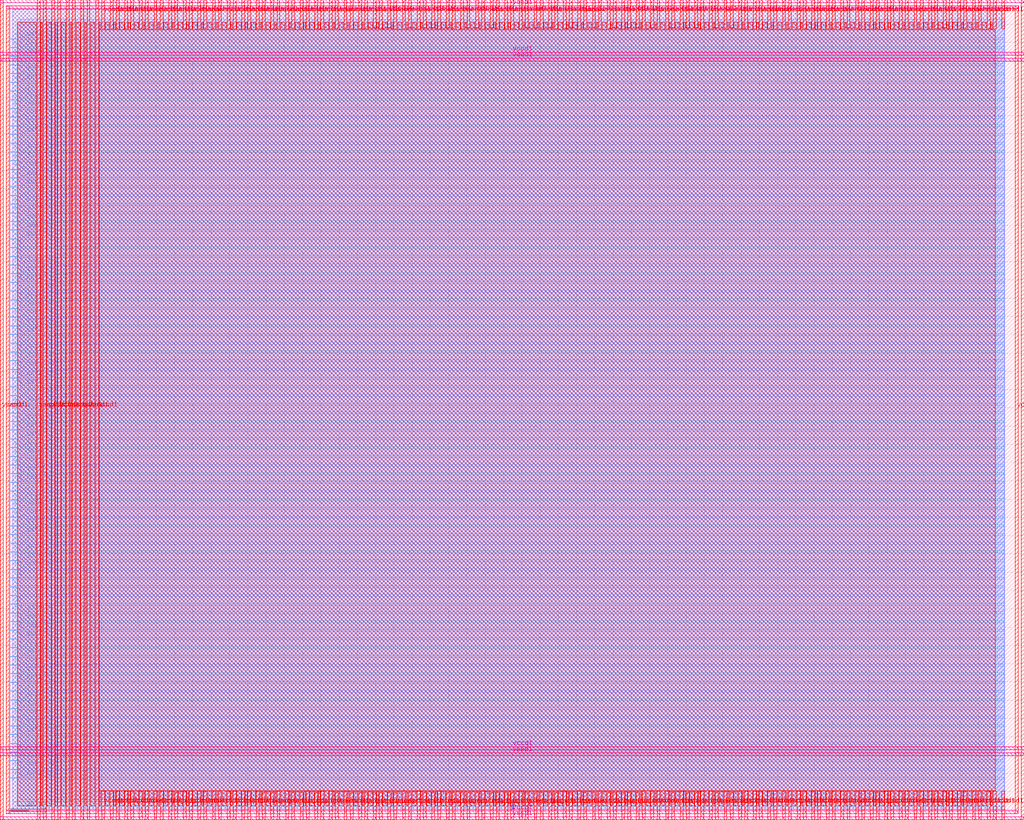
<source format=lef>
VERSION 5.7 ;
  NOWIREEXTENSIONATPIN ON ;
  DIVIDERCHAR "/" ;
  BUSBITCHARS "[]" ;
MACRO BlockRAM_1KB
  CLASS BLOCK ;
  FOREIGN BlockRAM_1KB ;
  ORIGIN 0.000 0.000 ;
  SIZE 550.000 BY 440.000 ;
  PIN C0
    DIRECTION INPUT ;
    USE SIGNAL ;
    ANTENNAGATEAREA 0.213000 ;
    PORT
      LAYER met3 ;
        RECT 0.000 112.390 4.000 112.690 ;
    END
  END C0
  PIN C1
    DIRECTION INPUT ;
    USE SIGNAL ;
    ANTENNAGATEAREA 0.196500 ;
    PORT
      LAYER met3 ;
        RECT 0.000 117.150 4.000 117.450 ;
    END
  END C1
  PIN C2
    DIRECTION INPUT ;
    USE SIGNAL ;
    ANTENNAGATEAREA 0.159000 ;
    PORT
      LAYER met3 ;
        RECT 0.000 121.910 4.000 122.210 ;
    END
  END C2
  PIN C3
    DIRECTION INPUT ;
    USE SIGNAL ;
    ANTENNAGATEAREA 0.213000 ;
    PORT
      LAYER met3 ;
        RECT 0.000 126.670 4.000 126.970 ;
    END
  END C3
  PIN C4
    DIRECTION INPUT ;
    USE SIGNAL ;
    ANTENNAGATEAREA 0.196500 ;
    PORT
      LAYER met3 ;
        RECT 0.000 302.790 4.000 303.090 ;
    END
  END C4
  PIN C5
    DIRECTION INPUT ;
    USE SIGNAL ;
    ANTENNAGATEAREA 0.213000 ;
    PORT
      LAYER met3 ;
        RECT 0.000 307.550 4.000 307.850 ;
    END
  END C5
  PIN clk
    DIRECTION INPUT ;
    USE SIGNAL ;
    ANTENNAGATEAREA 0.852000 ;
    ANTENNADIFFAREA 0.434700 ;
    PORT
      LAYER met2 ;
        RECT 274.780 0.000 274.920 4.000 ;
    END
  END clk
  PIN rd_addr[0]
    DIRECTION INPUT ;
    USE SIGNAL ;
    ANTENNAGATEAREA 0.426000 ;
    PORT
      LAYER met3 ;
        RECT 0.000 93.350 4.000 93.650 ;
    END
  END rd_addr[0]
  PIN rd_addr[1]
    DIRECTION INPUT ;
    USE SIGNAL ;
    ANTENNAGATEAREA 0.247500 ;
    PORT
      LAYER met3 ;
        RECT 0.000 98.110 4.000 98.410 ;
    END
  END rd_addr[1]
  PIN rd_addr[2]
    DIRECTION INPUT ;
    USE SIGNAL ;
    ANTENNAGATEAREA 0.247500 ;
    PORT
      LAYER met3 ;
        RECT 0.000 102.870 4.000 103.170 ;
    END
  END rd_addr[2]
  PIN rd_addr[3]
    DIRECTION INPUT ;
    USE SIGNAL ;
    ANTENNAGATEAREA 0.247500 ;
    PORT
      LAYER met3 ;
        RECT 0.000 107.630 4.000 107.930 ;
    END
  END rd_addr[3]
  PIN rd_addr[4]
    DIRECTION INPUT ;
    USE SIGNAL ;
    ANTENNAGATEAREA 0.247500 ;
    PORT
      LAYER met3 ;
        RECT 0.000 131.430 4.000 131.730 ;
    END
  END rd_addr[4]
  PIN rd_addr[5]
    DIRECTION INPUT ;
    USE SIGNAL ;
    ANTENNAGATEAREA 0.247500 ;
    PORT
      LAYER met3 ;
        RECT 0.000 136.190 4.000 136.490 ;
    END
  END rd_addr[5]
  PIN rd_addr[6]
    DIRECTION INPUT ;
    USE SIGNAL ;
    ANTENNAGATEAREA 0.247500 ;
    PORT
      LAYER met3 ;
        RECT 0.000 179.030 4.000 179.330 ;
    END
  END rd_addr[6]
  PIN rd_addr[7]
    DIRECTION INPUT ;
    USE SIGNAL ;
    ANTENNAGATEAREA 0.247500 ;
    PORT
      LAYER met3 ;
        RECT 0.000 183.790 4.000 184.090 ;
    END
  END rd_addr[7]
  PIN rd_data[0]
    DIRECTION OUTPUT TRISTATE ;
    USE SIGNAL ;
    ANTENNADIFFAREA 0.795200 ;
    PORT
      LAYER met3 ;
        RECT 0.000 88.590 4.000 88.890 ;
    END
  END rd_data[0]
  PIN rd_data[10]
    DIRECTION OUTPUT TRISTATE ;
    USE SIGNAL ;
    ANTENNADIFFAREA 0.795200 ;
    PORT
      LAYER met3 ;
        RECT 0.000 40.990 4.000 41.290 ;
    END
  END rd_data[10]
  PIN rd_data[11]
    DIRECTION OUTPUT TRISTATE ;
    USE SIGNAL ;
    ANTENNADIFFAREA 0.795200 ;
    PORT
      LAYER met3 ;
        RECT 0.000 36.230 4.000 36.530 ;
    END
  END rd_data[11]
  PIN rd_data[12]
    DIRECTION OUTPUT TRISTATE ;
    USE SIGNAL ;
    ANTENNADIFFAREA 0.795200 ;
    PORT
      LAYER met3 ;
        RECT 0.000 17.190 4.000 17.490 ;
    END
  END rd_data[12]
  PIN rd_data[13]
    DIRECTION OUTPUT TRISTATE ;
    USE SIGNAL ;
    ANTENNADIFFAREA 0.795200 ;
    PORT
      LAYER met3 ;
        RECT 0.000 21.950 4.000 22.250 ;
    END
  END rd_data[13]
  PIN rd_data[14]
    DIRECTION OUTPUT TRISTATE ;
    USE SIGNAL ;
    ANTENNADIFFAREA 0.795200 ;
    PORT
      LAYER met3 ;
        RECT 0.000 26.710 4.000 27.010 ;
    END
  END rd_data[14]
  PIN rd_data[15]
    DIRECTION OUTPUT TRISTATE ;
    USE SIGNAL ;
    ANTENNADIFFAREA 0.795200 ;
    PORT
      LAYER met3 ;
        RECT 0.000 31.470 4.000 31.770 ;
    END
  END rd_data[15]
  PIN rd_data[16]
    DIRECTION OUTPUT TRISTATE ;
    USE SIGNAL ;
    ANTENNADIFFAREA 0.795200 ;
    PORT
      LAYER met3 ;
        RECT 0.000 226.630 4.000 226.930 ;
    END
  END rd_data[16]
  PIN rd_data[17]
    DIRECTION OUTPUT TRISTATE ;
    USE SIGNAL ;
    ANTENNADIFFAREA 0.795200 ;
    PORT
      LAYER met3 ;
        RECT 0.000 231.390 4.000 231.690 ;
    END
  END rd_data[17]
  PIN rd_data[18]
    DIRECTION OUTPUT TRISTATE ;
    USE SIGNAL ;
    ANTENNADIFFAREA 0.795200 ;
    PORT
      LAYER met3 ;
        RECT 0.000 236.150 4.000 236.450 ;
    END
  END rd_data[18]
  PIN rd_data[19]
    DIRECTION OUTPUT TRISTATE ;
    USE SIGNAL ;
    ANTENNADIFFAREA 0.795200 ;
    PORT
      LAYER met3 ;
        RECT 0.000 240.910 4.000 241.210 ;
    END
  END rd_data[19]
  PIN rd_data[1]
    DIRECTION OUTPUT TRISTATE ;
    USE SIGNAL ;
    ANTENNADIFFAREA 0.795200 ;
    PORT
      LAYER met3 ;
        RECT 0.000 83.830 4.000 84.130 ;
    END
  END rd_data[1]
  PIN rd_data[20]
    DIRECTION OUTPUT TRISTATE ;
    USE SIGNAL ;
    ANTENNADIFFAREA 0.795200 ;
    PORT
      LAYER met3 ;
        RECT 0.000 245.670 4.000 245.970 ;
    END
  END rd_data[20]
  PIN rd_data[21]
    DIRECTION OUTPUT TRISTATE ;
    USE SIGNAL ;
    ANTENNADIFFAREA 0.795200 ;
    PORT
      LAYER met3 ;
        RECT 0.000 250.430 4.000 250.730 ;
    END
  END rd_data[21]
  PIN rd_data[22]
    DIRECTION OUTPUT TRISTATE ;
    USE SIGNAL ;
    ANTENNADIFFAREA 0.795200 ;
    PORT
      LAYER met3 ;
        RECT 0.000 255.190 4.000 255.490 ;
    END
  END rd_data[22]
  PIN rd_data[23]
    DIRECTION OUTPUT TRISTATE ;
    USE SIGNAL ;
    ANTENNADIFFAREA 0.795200 ;
    PORT
      LAYER met3 ;
        RECT 0.000 259.950 4.000 260.250 ;
    END
  END rd_data[23]
  PIN rd_data[24]
    DIRECTION OUTPUT TRISTATE ;
    USE SIGNAL ;
    ANTENNADIFFAREA 0.795200 ;
    PORT
      LAYER met3 ;
        RECT 0.000 264.710 4.000 265.010 ;
    END
  END rd_data[24]
  PIN rd_data[25]
    DIRECTION OUTPUT TRISTATE ;
    USE SIGNAL ;
    ANTENNADIFFAREA 0.795200 ;
    PORT
      LAYER met3 ;
        RECT 0.000 269.470 4.000 269.770 ;
    END
  END rd_data[25]
  PIN rd_data[26]
    DIRECTION OUTPUT TRISTATE ;
    USE SIGNAL ;
    ANTENNADIFFAREA 0.795200 ;
    PORT
      LAYER met3 ;
        RECT 0.000 274.230 4.000 274.530 ;
    END
  END rd_data[26]
  PIN rd_data[27]
    DIRECTION OUTPUT TRISTATE ;
    USE SIGNAL ;
    ANTENNADIFFAREA 0.795200 ;
    PORT
      LAYER met3 ;
        RECT 0.000 278.990 4.000 279.290 ;
    END
  END rd_data[27]
  PIN rd_data[28]
    DIRECTION OUTPUT TRISTATE ;
    USE SIGNAL ;
    ANTENNADIFFAREA 0.795200 ;
    PORT
      LAYER met3 ;
        RECT 0.000 283.750 4.000 284.050 ;
    END
  END rd_data[28]
  PIN rd_data[29]
    DIRECTION OUTPUT TRISTATE ;
    USE SIGNAL ;
    ANTENNADIFFAREA 0.795200 ;
    PORT
      LAYER met3 ;
        RECT 0.000 288.510 4.000 288.810 ;
    END
  END rd_data[29]
  PIN rd_data[2]
    DIRECTION OUTPUT TRISTATE ;
    USE SIGNAL ;
    ANTENNADIFFAREA 0.795200 ;
    PORT
      LAYER met3 ;
        RECT 0.000 79.070 4.000 79.370 ;
    END
  END rd_data[2]
  PIN rd_data[30]
    DIRECTION OUTPUT TRISTATE ;
    USE SIGNAL ;
    ANTENNADIFFAREA 0.795200 ;
    PORT
      LAYER met3 ;
        RECT 0.000 293.270 4.000 293.570 ;
    END
  END rd_data[30]
  PIN rd_data[31]
    DIRECTION OUTPUT TRISTATE ;
    USE SIGNAL ;
    ANTENNADIFFAREA 0.795200 ;
    PORT
      LAYER met3 ;
        RECT 0.000 298.030 4.000 298.330 ;
    END
  END rd_data[31]
  PIN rd_data[3]
    DIRECTION OUTPUT TRISTATE ;
    USE SIGNAL ;
    ANTENNADIFFAREA 0.795200 ;
    PORT
      LAYER met3 ;
        RECT 0.000 74.310 4.000 74.610 ;
    END
  END rd_data[3]
  PIN rd_data[4]
    DIRECTION OUTPUT TRISTATE ;
    USE SIGNAL ;
    ANTENNADIFFAREA 0.795200 ;
    PORT
      LAYER met3 ;
        RECT 0.000 69.550 4.000 69.850 ;
    END
  END rd_data[4]
  PIN rd_data[5]
    DIRECTION OUTPUT TRISTATE ;
    USE SIGNAL ;
    ANTENNADIFFAREA 0.795200 ;
    PORT
      LAYER met3 ;
        RECT 0.000 64.790 4.000 65.090 ;
    END
  END rd_data[5]
  PIN rd_data[6]
    DIRECTION OUTPUT TRISTATE ;
    USE SIGNAL ;
    ANTENNADIFFAREA 0.795200 ;
    PORT
      LAYER met3 ;
        RECT 0.000 60.030 4.000 60.330 ;
    END
  END rd_data[6]
  PIN rd_data[7]
    DIRECTION OUTPUT TRISTATE ;
    USE SIGNAL ;
    ANTENNADIFFAREA 0.795200 ;
    PORT
      LAYER met3 ;
        RECT 0.000 55.270 4.000 55.570 ;
    END
  END rd_data[7]
  PIN rd_data[8]
    DIRECTION OUTPUT TRISTATE ;
    USE SIGNAL ;
    ANTENNADIFFAREA 0.795200 ;
    PORT
      LAYER met3 ;
        RECT 0.000 50.510 4.000 50.810 ;
    END
  END rd_data[8]
  PIN rd_data[9]
    DIRECTION OUTPUT TRISTATE ;
    USE SIGNAL ;
    ANTENNADIFFAREA 0.795200 ;
    PORT
      LAYER met3 ;
        RECT 0.000 45.750 4.000 46.050 ;
    END
  END rd_data[9]
  PIN vccd1
    DIRECTION INOUT ;
    USE POWER ;
    PORT
      LAYER met4 ;
        RECT -2.080 -2.160 -0.480 440.080 ;
    END
    PORT
      LAYER met5 ;
        RECT -2.080 -2.160 551.780 -0.560 ;
    END
    PORT
      LAYER met5 ;
        RECT -2.080 438.480 551.780 440.080 ;
    END
    PORT
      LAYER met4 ;
        RECT 550.180 -2.160 551.780 440.080 ;
    END
    PORT
      LAYER met4 ;
        RECT 18.020 -5.460 19.620 443.380 ;
    END
    PORT
      LAYER met4 ;
        RECT 26.020 -5.460 27.620 443.380 ;
    END
    PORT
      LAYER met4 ;
        RECT 34.020 -5.460 35.620 443.380 ;
    END
    PORT
      LAYER met4 ;
        RECT 42.020 -5.460 43.620 443.380 ;
    END
    PORT
      LAYER met4 ;
        RECT 50.020 -5.460 51.620 10.020 ;
    END
    PORT
      LAYER met4 ;
        RECT 50.020 427.480 51.620 443.380 ;
    END
    PORT
      LAYER met4 ;
        RECT 58.020 -5.460 59.620 10.020 ;
    END
    PORT
      LAYER met4 ;
        RECT 58.020 427.480 59.620 443.380 ;
    END
    PORT
      LAYER met4 ;
        RECT 66.020 -5.460 67.620 10.020 ;
    END
    PORT
      LAYER met4 ;
        RECT 66.020 427.480 67.620 443.380 ;
    END
    PORT
      LAYER met4 ;
        RECT 74.020 -5.460 75.620 10.020 ;
    END
    PORT
      LAYER met4 ;
        RECT 74.020 427.480 75.620 443.380 ;
    END
    PORT
      LAYER met4 ;
        RECT 82.020 -5.460 83.620 10.020 ;
    END
    PORT
      LAYER met4 ;
        RECT 82.020 427.480 83.620 443.380 ;
    END
    PORT
      LAYER met4 ;
        RECT 90.020 -5.460 91.620 9.400 ;
    END
    PORT
      LAYER met4 ;
        RECT 90.020 427.480 91.620 443.380 ;
    END
    PORT
      LAYER met4 ;
        RECT 98.020 -5.460 99.620 10.020 ;
    END
    PORT
      LAYER met4 ;
        RECT 98.020 427.480 99.620 443.380 ;
    END
    PORT
      LAYER met4 ;
        RECT 106.020 -5.460 107.620 10.020 ;
    END
    PORT
      LAYER met4 ;
        RECT 106.020 427.480 107.620 443.380 ;
    END
    PORT
      LAYER met4 ;
        RECT 114.020 -5.460 115.620 10.020 ;
    END
    PORT
      LAYER met4 ;
        RECT 114.020 427.480 115.620 443.380 ;
    END
    PORT
      LAYER met4 ;
        RECT 122.020 -5.460 123.620 10.020 ;
    END
    PORT
      LAYER met4 ;
        RECT 122.020 427.480 123.620 443.380 ;
    END
    PORT
      LAYER met4 ;
        RECT 130.020 -5.460 131.620 10.020 ;
    END
    PORT
      LAYER met4 ;
        RECT 130.020 427.480 131.620 443.380 ;
    END
    PORT
      LAYER met4 ;
        RECT 138.020 -5.460 139.620 9.400 ;
    END
    PORT
      LAYER met4 ;
        RECT 138.020 427.480 139.620 443.380 ;
    END
    PORT
      LAYER met4 ;
        RECT 146.020 -5.460 147.620 10.020 ;
    END
    PORT
      LAYER met4 ;
        RECT 146.020 427.480 147.620 443.380 ;
    END
    PORT
      LAYER met4 ;
        RECT 154.020 -5.460 155.620 9.400 ;
    END
    PORT
      LAYER met4 ;
        RECT 154.020 427.480 155.620 443.380 ;
    END
    PORT
      LAYER met4 ;
        RECT 162.020 -5.460 163.620 10.020 ;
    END
    PORT
      LAYER met4 ;
        RECT 162.020 427.480 163.620 443.380 ;
    END
    PORT
      LAYER met4 ;
        RECT 170.020 -5.460 171.620 10.020 ;
    END
    PORT
      LAYER met4 ;
        RECT 170.020 427.480 171.620 443.380 ;
    END
    PORT
      LAYER met4 ;
        RECT 178.020 -5.460 179.620 9.400 ;
    END
    PORT
      LAYER met4 ;
        RECT 178.020 427.480 179.620 443.380 ;
    END
    PORT
      LAYER met4 ;
        RECT 186.020 -5.460 187.620 9.400 ;
    END
    PORT
      LAYER met4 ;
        RECT 186.020 427.480 187.620 443.380 ;
    END
    PORT
      LAYER met4 ;
        RECT 194.020 -5.460 195.620 9.400 ;
    END
    PORT
      LAYER met4 ;
        RECT 194.020 427.480 195.620 443.380 ;
    END
    PORT
      LAYER met4 ;
        RECT 202.020 -5.460 203.620 9.400 ;
    END
    PORT
      LAYER met4 ;
        RECT 202.020 427.480 203.620 443.380 ;
    END
    PORT
      LAYER met4 ;
        RECT 210.020 -5.460 211.620 9.400 ;
    END
    PORT
      LAYER met4 ;
        RECT 210.020 427.480 211.620 443.380 ;
    END
    PORT
      LAYER met4 ;
        RECT 218.020 -5.460 219.620 9.400 ;
    END
    PORT
      LAYER met4 ;
        RECT 218.020 428.100 219.620 443.380 ;
    END
    PORT
      LAYER met4 ;
        RECT 226.020 -5.460 227.620 9.400 ;
    END
    PORT
      LAYER met4 ;
        RECT 226.020 428.100 227.620 443.380 ;
    END
    PORT
      LAYER met4 ;
        RECT 234.020 -5.460 235.620 10.020 ;
    END
    PORT
      LAYER met4 ;
        RECT 234.020 427.480 235.620 443.380 ;
    END
    PORT
      LAYER met4 ;
        RECT 242.020 -5.460 243.620 9.400 ;
    END
    PORT
      LAYER met4 ;
        RECT 242.020 427.480 243.620 443.380 ;
    END
    PORT
      LAYER met4 ;
        RECT 250.020 -5.460 251.620 9.400 ;
    END
    PORT
      LAYER met4 ;
        RECT 250.020 428.100 251.620 443.380 ;
    END
    PORT
      LAYER met4 ;
        RECT 258.020 -5.460 259.620 10.020 ;
    END
    PORT
      LAYER met4 ;
        RECT 258.020 427.480 259.620 443.380 ;
    END
    PORT
      LAYER met4 ;
        RECT 266.020 -5.460 267.620 9.400 ;
    END
    PORT
      LAYER met4 ;
        RECT 266.020 427.480 267.620 443.380 ;
    END
    PORT
      LAYER met4 ;
        RECT 274.020 -5.460 275.620 9.400 ;
    END
    PORT
      LAYER met4 ;
        RECT 274.020 427.480 275.620 443.380 ;
    END
    PORT
      LAYER met4 ;
        RECT 282.020 -5.460 283.620 9.400 ;
    END
    PORT
      LAYER met4 ;
        RECT 282.020 428.100 283.620 443.380 ;
    END
    PORT
      LAYER met4 ;
        RECT 290.020 -5.460 291.620 9.400 ;
    END
    PORT
      LAYER met4 ;
        RECT 290.020 427.480 291.620 443.380 ;
    END
    PORT
      LAYER met4 ;
        RECT 298.020 -5.460 299.620 9.400 ;
    END
    PORT
      LAYER met4 ;
        RECT 298.020 427.480 299.620 443.380 ;
    END
    PORT
      LAYER met4 ;
        RECT 306.020 -5.460 307.620 9.400 ;
    END
    PORT
      LAYER met4 ;
        RECT 306.020 428.100 307.620 443.380 ;
    END
    PORT
      LAYER met4 ;
        RECT 314.020 -5.460 315.620 9.400 ;
    END
    PORT
      LAYER met4 ;
        RECT 314.020 427.480 315.620 443.380 ;
    END
    PORT
      LAYER met4 ;
        RECT 322.020 -5.460 323.620 10.020 ;
    END
    PORT
      LAYER met4 ;
        RECT 322.020 427.480 323.620 443.380 ;
    END
    PORT
      LAYER met4 ;
        RECT 330.020 -5.460 331.620 9.400 ;
    END
    PORT
      LAYER met4 ;
        RECT 330.020 428.100 331.620 443.380 ;
    END
    PORT
      LAYER met4 ;
        RECT 338.020 -5.460 339.620 9.400 ;
    END
    PORT
      LAYER met4 ;
        RECT 338.020 428.100 339.620 443.380 ;
    END
    PORT
      LAYER met4 ;
        RECT 346.020 -5.460 347.620 10.020 ;
    END
    PORT
      LAYER met4 ;
        RECT 346.020 427.480 347.620 443.380 ;
    END
    PORT
      LAYER met4 ;
        RECT 354.020 -5.460 355.620 10.020 ;
    END
    PORT
      LAYER met4 ;
        RECT 354.020 427.480 355.620 443.380 ;
    END
    PORT
      LAYER met4 ;
        RECT 362.020 -5.460 363.620 9.400 ;
    END
    PORT
      LAYER met4 ;
        RECT 362.020 428.100 363.620 443.380 ;
    END
    PORT
      LAYER met4 ;
        RECT 370.020 -5.460 371.620 9.400 ;
    END
    PORT
      LAYER met4 ;
        RECT 370.020 428.100 371.620 443.380 ;
    END
    PORT
      LAYER met4 ;
        RECT 378.020 -5.460 379.620 10.020 ;
    END
    PORT
      LAYER met4 ;
        RECT 378.020 427.480 379.620 443.380 ;
    END
    PORT
      LAYER met4 ;
        RECT 386.020 -5.460 387.620 9.400 ;
    END
    PORT
      LAYER met4 ;
        RECT 386.020 428.100 387.620 443.380 ;
    END
    PORT
      LAYER met4 ;
        RECT 394.020 -5.460 395.620 9.400 ;
    END
    PORT
      LAYER met4 ;
        RECT 394.020 428.100 395.620 443.380 ;
    END
    PORT
      LAYER met4 ;
        RECT 402.020 -5.460 403.620 10.020 ;
    END
    PORT
      LAYER met4 ;
        RECT 402.020 427.480 403.620 443.380 ;
    END
    PORT
      LAYER met4 ;
        RECT 410.020 -5.460 411.620 10.020 ;
    END
    PORT
      LAYER met4 ;
        RECT 410.020 427.480 411.620 443.380 ;
    END
    PORT
      LAYER met4 ;
        RECT 418.020 -5.460 419.620 10.020 ;
    END
    PORT
      LAYER met4 ;
        RECT 418.020 427.480 419.620 443.380 ;
    END
    PORT
      LAYER met4 ;
        RECT 426.020 -5.460 427.620 10.020 ;
    END
    PORT
      LAYER met4 ;
        RECT 426.020 427.480 427.620 443.380 ;
    END
    PORT
      LAYER met4 ;
        RECT 434.020 -5.460 435.620 10.020 ;
    END
    PORT
      LAYER met4 ;
        RECT 434.020 427.480 435.620 443.380 ;
    END
    PORT
      LAYER met4 ;
        RECT 442.020 -5.460 443.620 10.020 ;
    END
    PORT
      LAYER met4 ;
        RECT 442.020 427.480 443.620 443.380 ;
    END
    PORT
      LAYER met4 ;
        RECT 450.020 -5.460 451.620 10.020 ;
    END
    PORT
      LAYER met4 ;
        RECT 450.020 427.480 451.620 443.380 ;
    END
    PORT
      LAYER met4 ;
        RECT 458.020 -5.460 459.620 10.020 ;
    END
    PORT
      LAYER met4 ;
        RECT 458.020 428.100 459.620 443.380 ;
    END
    PORT
      LAYER met4 ;
        RECT 466.020 -5.460 467.620 10.020 ;
    END
    PORT
      LAYER met4 ;
        RECT 466.020 427.480 467.620 443.380 ;
    END
    PORT
      LAYER met4 ;
        RECT 474.020 -5.460 475.620 9.400 ;
    END
    PORT
      LAYER met4 ;
        RECT 474.020 427.480 475.620 443.380 ;
    END
    PORT
      LAYER met4 ;
        RECT 482.020 -5.460 483.620 10.020 ;
    END
    PORT
      LAYER met4 ;
        RECT 482.020 427.480 483.620 443.380 ;
    END
    PORT
      LAYER met4 ;
        RECT 490.020 -5.460 491.620 10.020 ;
    END
    PORT
      LAYER met4 ;
        RECT 490.020 427.480 491.620 443.380 ;
    END
    PORT
      LAYER met4 ;
        RECT 498.020 -5.460 499.620 10.020 ;
    END
    PORT
      LAYER met4 ;
        RECT 498.020 427.480 499.620 443.380 ;
    END
    PORT
      LAYER met4 ;
        RECT 506.020 -5.460 507.620 10.020 ;
    END
    PORT
      LAYER met4 ;
        RECT 506.020 427.480 507.620 443.380 ;
    END
    PORT
      LAYER met4 ;
        RECT 514.020 -5.460 515.620 10.020 ;
    END
    PORT
      LAYER met4 ;
        RECT 514.020 427.480 515.620 443.380 ;
    END
    PORT
      LAYER met4 ;
        RECT 522.020 -5.460 523.620 10.020 ;
    END
    PORT
      LAYER met4 ;
        RECT 522.020 427.480 523.620 443.380 ;
    END
    PORT
      LAYER met4 ;
        RECT 530.020 -5.460 531.620 10.020 ;
    END
    PORT
      LAYER met4 ;
        RECT 530.020 427.480 531.620 443.380 ;
    END
    PORT
      LAYER met4 ;
        RECT 538.020 -5.460 539.620 10.020 ;
    END
    PORT
      LAYER met4 ;
        RECT 538.020 427.480 539.620 443.380 ;
    END
    PORT
      LAYER met5 ;
        RECT -5.380 32.940 555.080 34.540 ;
    END
    PORT
      LAYER met5 ;
        RECT -5.380 412.940 555.080 414.540 ;
    END
  END vccd1
  PIN vssd1
    DIRECTION INOUT ;
    USE GROUND ;
    PORT
      LAYER met4 ;
        RECT -5.380 -5.460 -3.780 443.380 ;
    END
    PORT
      LAYER met5 ;
        RECT -5.380 -5.460 555.080 -3.860 ;
    END
    PORT
      LAYER met5 ;
        RECT -5.380 441.780 555.080 443.380 ;
    END
    PORT
      LAYER met4 ;
        RECT 553.480 -5.460 555.080 443.380 ;
    END
    PORT
      LAYER met4 ;
        RECT 14.720 -5.460 16.320 443.380 ;
    END
    PORT
      LAYER met4 ;
        RECT 22.720 -5.460 24.320 443.380 ;
    END
    PORT
      LAYER met4 ;
        RECT 30.720 -5.460 32.320 443.380 ;
    END
    PORT
      LAYER met4 ;
        RECT 38.720 -5.460 40.320 443.380 ;
    END
    PORT
      LAYER met4 ;
        RECT 46.720 -5.460 48.320 443.380 ;
    END
    PORT
      LAYER met4 ;
        RECT 54.720 -5.460 56.320 10.020 ;
    END
    PORT
      LAYER met4 ;
        RECT 54.720 427.480 56.320 443.380 ;
    END
    PORT
      LAYER met4 ;
        RECT 62.720 -5.460 64.320 10.020 ;
    END
    PORT
      LAYER met4 ;
        RECT 62.720 427.480 64.320 443.380 ;
    END
    PORT
      LAYER met4 ;
        RECT 70.720 -5.460 72.320 10.020 ;
    END
    PORT
      LAYER met4 ;
        RECT 70.720 427.480 72.320 443.380 ;
    END
    PORT
      LAYER met4 ;
        RECT 78.720 -5.460 80.320 10.020 ;
    END
    PORT
      LAYER met4 ;
        RECT 78.720 427.480 80.320 443.380 ;
    END
    PORT
      LAYER met4 ;
        RECT 86.720 -5.460 88.320 10.020 ;
    END
    PORT
      LAYER met4 ;
        RECT 86.720 427.480 88.320 443.380 ;
    END
    PORT
      LAYER met4 ;
        RECT 94.720 -5.460 96.320 10.020 ;
    END
    PORT
      LAYER met4 ;
        RECT 94.720 427.480 96.320 443.380 ;
    END
    PORT
      LAYER met4 ;
        RECT 102.720 -5.460 104.320 10.020 ;
    END
    PORT
      LAYER met4 ;
        RECT 102.720 427.480 104.320 443.380 ;
    END
    PORT
      LAYER met4 ;
        RECT 110.720 -5.460 112.320 10.020 ;
    END
    PORT
      LAYER met4 ;
        RECT 110.720 427.480 112.320 443.380 ;
    END
    PORT
      LAYER met4 ;
        RECT 118.720 -5.460 120.320 10.020 ;
    END
    PORT
      LAYER met4 ;
        RECT 118.720 427.480 120.320 443.380 ;
    END
    PORT
      LAYER met4 ;
        RECT 126.720 -5.460 128.320 10.020 ;
    END
    PORT
      LAYER met4 ;
        RECT 126.720 427.480 128.320 443.380 ;
    END
    PORT
      LAYER met4 ;
        RECT 134.720 -5.460 136.320 10.020 ;
    END
    PORT
      LAYER met4 ;
        RECT 134.720 427.480 136.320 443.380 ;
    END
    PORT
      LAYER met4 ;
        RECT 142.720 -5.460 144.320 9.400 ;
    END
    PORT
      LAYER met4 ;
        RECT 142.720 427.480 144.320 443.380 ;
    END
    PORT
      LAYER met4 ;
        RECT 150.720 -5.460 152.320 10.020 ;
    END
    PORT
      LAYER met4 ;
        RECT 150.720 427.480 152.320 443.380 ;
    END
    PORT
      LAYER met4 ;
        RECT 158.720 -5.460 160.320 9.400 ;
    END
    PORT
      LAYER met4 ;
        RECT 158.720 427.480 160.320 443.380 ;
    END
    PORT
      LAYER met4 ;
        RECT 166.720 -5.460 168.320 9.400 ;
    END
    PORT
      LAYER met4 ;
        RECT 166.720 427.480 168.320 443.380 ;
    END
    PORT
      LAYER met4 ;
        RECT 174.720 -5.460 176.320 10.020 ;
    END
    PORT
      LAYER met4 ;
        RECT 174.720 427.480 176.320 443.380 ;
    END
    PORT
      LAYER met4 ;
        RECT 182.720 -5.460 184.320 10.020 ;
    END
    PORT
      LAYER met4 ;
        RECT 182.720 427.480 184.320 443.380 ;
    END
    PORT
      LAYER met4 ;
        RECT 190.720 -5.460 192.320 9.400 ;
    END
    PORT
      LAYER met4 ;
        RECT 190.720 427.480 192.320 443.380 ;
    END
    PORT
      LAYER met4 ;
        RECT 198.720 -5.460 200.320 9.400 ;
    END
    PORT
      LAYER met4 ;
        RECT 198.720 428.100 200.320 443.380 ;
    END
    PORT
      LAYER met4 ;
        RECT 206.720 -5.460 208.320 9.400 ;
    END
    PORT
      LAYER met4 ;
        RECT 206.720 428.100 208.320 443.380 ;
    END
    PORT
      LAYER met4 ;
        RECT 214.720 -5.460 216.320 10.020 ;
    END
    PORT
      LAYER met4 ;
        RECT 214.720 427.480 216.320 443.380 ;
    END
    PORT
      LAYER met4 ;
        RECT 222.720 -5.460 224.320 10.020 ;
    END
    PORT
      LAYER met4 ;
        RECT 222.720 427.480 224.320 443.380 ;
    END
    PORT
      LAYER met4 ;
        RECT 230.720 -5.460 232.320 9.400 ;
    END
    PORT
      LAYER met4 ;
        RECT 230.720 428.100 232.320 443.380 ;
    END
    PORT
      LAYER met4 ;
        RECT 238.720 -5.460 240.320 9.400 ;
    END
    PORT
      LAYER met4 ;
        RECT 238.720 428.100 240.320 443.380 ;
    END
    PORT
      LAYER met4 ;
        RECT 246.720 -5.460 248.320 9.400 ;
    END
    PORT
      LAYER met4 ;
        RECT 246.720 427.480 248.320 443.380 ;
    END
    PORT
      LAYER met4 ;
        RECT 254.720 -5.460 256.320 9.400 ;
    END
    PORT
      LAYER met4 ;
        RECT 254.720 428.100 256.320 443.380 ;
    END
    PORT
      LAYER met4 ;
        RECT 262.720 -5.460 264.320 9.400 ;
    END
    PORT
      LAYER met4 ;
        RECT 262.720 428.100 264.320 443.380 ;
    END
    PORT
      LAYER met4 ;
        RECT 270.720 -5.460 272.320 9.400 ;
    END
    PORT
      LAYER met4 ;
        RECT 270.720 427.480 272.320 443.380 ;
    END
    PORT
      LAYER met4 ;
        RECT 278.720 -5.460 280.320 10.020 ;
    END
    PORT
      LAYER met4 ;
        RECT 278.720 427.480 280.320 443.380 ;
    END
    PORT
      LAYER met4 ;
        RECT 286.720 -5.460 288.320 9.400 ;
    END
    PORT
      LAYER met4 ;
        RECT 286.720 428.100 288.320 443.380 ;
    END
    PORT
      LAYER met4 ;
        RECT 294.720 -5.460 296.320 9.400 ;
    END
    PORT
      LAYER met4 ;
        RECT 294.720 428.100 296.320 443.380 ;
    END
    PORT
      LAYER met4 ;
        RECT 302.720 -5.460 304.320 10.020 ;
    END
    PORT
      LAYER met4 ;
        RECT 302.720 427.480 304.320 443.380 ;
    END
    PORT
      LAYER met4 ;
        RECT 310.720 -5.460 312.320 10.020 ;
    END
    PORT
      LAYER met4 ;
        RECT 310.720 427.480 312.320 443.380 ;
    END
    PORT
      LAYER met4 ;
        RECT 318.720 -5.460 320.320 9.400 ;
    END
    PORT
      LAYER met4 ;
        RECT 318.720 428.100 320.320 443.380 ;
    END
    PORT
      LAYER met4 ;
        RECT 326.720 -5.460 328.320 9.400 ;
    END
    PORT
      LAYER met4 ;
        RECT 326.720 427.480 328.320 443.380 ;
    END
    PORT
      LAYER met4 ;
        RECT 334.720 -5.460 336.320 9.400 ;
    END
    PORT
      LAYER met4 ;
        RECT 334.720 427.480 336.320 443.380 ;
    END
    PORT
      LAYER met4 ;
        RECT 342.720 -5.460 344.320 9.400 ;
    END
    PORT
      LAYER met4 ;
        RECT 342.720 428.100 344.320 443.380 ;
    END
    PORT
      LAYER met4 ;
        RECT 350.720 -5.460 352.320 10.020 ;
    END
    PORT
      LAYER met4 ;
        RECT 350.720 428.100 352.320 443.380 ;
    END
    PORT
      LAYER met4 ;
        RECT 358.720 -5.460 360.320 10.020 ;
    END
    PORT
      LAYER met4 ;
        RECT 358.720 427.480 360.320 443.380 ;
    END
    PORT
      LAYER met4 ;
        RECT 366.720 -5.460 368.320 10.020 ;
    END
    PORT
      LAYER met4 ;
        RECT 366.720 427.480 368.320 443.380 ;
    END
    PORT
      LAYER met4 ;
        RECT 374.720 -5.460 376.320 9.400 ;
    END
    PORT
      LAYER met4 ;
        RECT 374.720 428.100 376.320 443.380 ;
    END
    PORT
      LAYER met4 ;
        RECT 382.720 -5.460 384.320 10.020 ;
    END
    PORT
      LAYER met4 ;
        RECT 382.720 427.480 384.320 443.380 ;
    END
    PORT
      LAYER met4 ;
        RECT 390.720 -5.460 392.320 10.020 ;
    END
    PORT
      LAYER met4 ;
        RECT 390.720 427.480 392.320 443.380 ;
    END
    PORT
      LAYER met4 ;
        RECT 398.720 -5.460 400.320 10.020 ;
    END
    PORT
      LAYER met4 ;
        RECT 398.720 427.480 400.320 443.380 ;
    END
    PORT
      LAYER met4 ;
        RECT 406.720 -5.460 408.320 10.020 ;
    END
    PORT
      LAYER met4 ;
        RECT 406.720 427.480 408.320 443.380 ;
    END
    PORT
      LAYER met4 ;
        RECT 414.720 -5.460 416.320 10.020 ;
    END
    PORT
      LAYER met4 ;
        RECT 414.720 427.480 416.320 443.380 ;
    END
    PORT
      LAYER met4 ;
        RECT 422.720 -5.460 424.320 10.020 ;
    END
    PORT
      LAYER met4 ;
        RECT 422.720 427.480 424.320 443.380 ;
    END
    PORT
      LAYER met4 ;
        RECT 430.720 -5.460 432.320 10.020 ;
    END
    PORT
      LAYER met4 ;
        RECT 430.720 427.480 432.320 443.380 ;
    END
    PORT
      LAYER met4 ;
        RECT 438.720 -5.460 440.320 10.020 ;
    END
    PORT
      LAYER met4 ;
        RECT 438.720 427.480 440.320 443.380 ;
    END
    PORT
      LAYER met4 ;
        RECT 446.720 -5.460 448.320 10.020 ;
    END
    PORT
      LAYER met4 ;
        RECT 446.720 427.480 448.320 443.380 ;
    END
    PORT
      LAYER met4 ;
        RECT 454.720 -5.460 456.320 10.020 ;
    END
    PORT
      LAYER met4 ;
        RECT 454.720 427.480 456.320 443.380 ;
    END
    PORT
      LAYER met4 ;
        RECT 462.720 -5.460 464.320 10.020 ;
    END
    PORT
      LAYER met4 ;
        RECT 462.720 427.480 464.320 443.380 ;
    END
    PORT
      LAYER met4 ;
        RECT 470.720 -5.460 472.320 10.020 ;
    END
    PORT
      LAYER met4 ;
        RECT 470.720 427.480 472.320 443.380 ;
    END
    PORT
      LAYER met4 ;
        RECT 478.720 -5.460 480.320 10.020 ;
    END
    PORT
      LAYER met4 ;
        RECT 478.720 427.480 480.320 443.380 ;
    END
    PORT
      LAYER met4 ;
        RECT 486.720 -5.460 488.320 10.020 ;
    END
    PORT
      LAYER met4 ;
        RECT 486.720 427.480 488.320 443.380 ;
    END
    PORT
      LAYER met4 ;
        RECT 494.720 -5.460 496.320 10.020 ;
    END
    PORT
      LAYER met4 ;
        RECT 494.720 427.480 496.320 443.380 ;
    END
    PORT
      LAYER met4 ;
        RECT 502.720 -5.460 504.320 10.020 ;
    END
    PORT
      LAYER met4 ;
        RECT 502.720 427.480 504.320 443.380 ;
    END
    PORT
      LAYER met4 ;
        RECT 510.720 -5.460 512.320 10.020 ;
    END
    PORT
      LAYER met4 ;
        RECT 510.720 428.100 512.320 443.380 ;
    END
    PORT
      LAYER met4 ;
        RECT 518.720 -5.460 520.320 10.020 ;
    END
    PORT
      LAYER met4 ;
        RECT 518.720 427.480 520.320 443.380 ;
    END
    PORT
      LAYER met4 ;
        RECT 526.720 -5.460 528.320 10.020 ;
    END
    PORT
      LAYER met4 ;
        RECT 526.720 427.480 528.320 443.380 ;
    END
    PORT
      LAYER met4 ;
        RECT 534.720 -5.460 536.320 10.020 ;
    END
    PORT
      LAYER met4 ;
        RECT 534.720 427.480 536.320 443.380 ;
    END
    PORT
      LAYER met4 ;
        RECT 542.720 -5.460 544.320 10.020 ;
    END
    PORT
      LAYER met4 ;
        RECT 542.720 427.480 544.320 443.380 ;
    END
    PORT
      LAYER met5 ;
        RECT -5.380 29.640 555.080 31.240 ;
    END
    PORT
      LAYER met5 ;
        RECT -5.380 409.640 555.080 411.240 ;
    END
  END vssd1
  PIN wr_addr[0]
    DIRECTION INPUT ;
    USE SIGNAL ;
    ANTENNAGATEAREA 0.213000 ;
    PORT
      LAYER met3 ;
        RECT 0.000 312.310 4.000 312.610 ;
    END
  END wr_addr[0]
  PIN wr_addr[1]
    DIRECTION INPUT ;
    USE SIGNAL ;
    ANTENNAGATEAREA 0.213000 ;
    PORT
      LAYER met3 ;
        RECT 0.000 317.070 4.000 317.370 ;
    END
  END wr_addr[1]
  PIN wr_addr[2]
    DIRECTION INPUT ;
    USE SIGNAL ;
    ANTENNAGATEAREA 0.213000 ;
    PORT
      LAYER met3 ;
        RECT 0.000 321.830 4.000 322.130 ;
    END
  END wr_addr[2]
  PIN wr_addr[3]
    DIRECTION INPUT ;
    USE SIGNAL ;
    ANTENNAGATEAREA 0.213000 ;
    PORT
      LAYER met3 ;
        RECT 0.000 326.590 4.000 326.890 ;
    END
  END wr_addr[3]
  PIN wr_addr[4]
    DIRECTION INPUT ;
    USE SIGNAL ;
    ANTENNAGATEAREA 0.213000 ;
    PORT
      LAYER met3 ;
        RECT 0.000 331.350 4.000 331.650 ;
    END
  END wr_addr[4]
  PIN wr_addr[5]
    DIRECTION INPUT ;
    USE SIGNAL ;
    ANTENNAGATEAREA 0.213000 ;
    PORT
      LAYER met3 ;
        RECT 0.000 336.110 4.000 336.410 ;
    END
  END wr_addr[5]
  PIN wr_addr[6]
    DIRECTION INPUT ;
    USE SIGNAL ;
    ANTENNAGATEAREA 0.213000 ;
    PORT
      LAYER met3 ;
        RECT 0.000 340.870 4.000 341.170 ;
    END
  END wr_addr[6]
  PIN wr_addr[7]
    DIRECTION INPUT ;
    USE SIGNAL ;
    ANTENNAGATEAREA 0.213000 ;
    PORT
      LAYER met3 ;
        RECT 0.000 345.630 4.000 345.930 ;
    END
  END wr_addr[7]
  PIN wr_data[0]
    DIRECTION INPUT ;
    USE SIGNAL ;
    ANTENNAGATEAREA 0.213000 ;
    PORT
      LAYER met3 ;
        RECT 0.000 188.550 4.000 188.850 ;
    END
  END wr_data[0]
  PIN wr_data[10]
    DIRECTION INPUT ;
    USE SIGNAL ;
    ANTENNAGATEAREA 0.196500 ;
    PORT
      LAYER met3 ;
        RECT 0.000 140.950 4.000 141.250 ;
    END
  END wr_data[10]
  PIN wr_data[11]
    DIRECTION INPUT ;
    USE SIGNAL ;
    ANTENNAGATEAREA 0.196500 ;
    PORT
      LAYER met3 ;
        RECT 0.000 145.710 4.000 146.010 ;
    END
  END wr_data[11]
  PIN wr_data[12]
    DIRECTION INPUT ;
    USE SIGNAL ;
    ANTENNAGATEAREA 0.196500 ;
    PORT
      LAYER met3 ;
        RECT 0.000 150.470 4.000 150.770 ;
    END
  END wr_data[12]
  PIN wr_data[13]
    DIRECTION INPUT ;
    USE SIGNAL ;
    ANTENNAGATEAREA 0.196500 ;
    PORT
      LAYER met3 ;
        RECT 0.000 155.230 4.000 155.530 ;
    END
  END wr_data[13]
  PIN wr_data[14]
    DIRECTION INPUT ;
    USE SIGNAL ;
    ANTENNAGATEAREA 0.196500 ;
    PORT
      LAYER met3 ;
        RECT 0.000 217.110 4.000 217.410 ;
    END
  END wr_data[14]
  PIN wr_data[15]
    DIRECTION INPUT ;
    USE SIGNAL ;
    ANTENNAGATEAREA 0.196500 ;
    PORT
      LAYER met3 ;
        RECT 0.000 221.870 4.000 222.170 ;
    END
  END wr_data[15]
  PIN wr_data[16]
    DIRECTION INPUT ;
    USE SIGNAL ;
    ANTENNAGATEAREA 0.159000 ;
    PORT
      LAYER met3 ;
        RECT 0.000 350.390 4.000 350.690 ;
    END
  END wr_data[16]
  PIN wr_data[17]
    DIRECTION INPUT ;
    USE SIGNAL ;
    ANTENNAGATEAREA 0.213000 ;
    PORT
      LAYER met3 ;
        RECT 0.000 355.150 4.000 355.450 ;
    END
  END wr_data[17]
  PIN wr_data[18]
    DIRECTION INPUT ;
    USE SIGNAL ;
    ANTENNAGATEAREA 0.213000 ;
    PORT
      LAYER met3 ;
        RECT 0.000 359.910 4.000 360.210 ;
    END
  END wr_data[18]
  PIN wr_data[19]
    DIRECTION INPUT ;
    USE SIGNAL ;
    ANTENNAGATEAREA 0.213000 ;
    PORT
      LAYER met3 ;
        RECT 0.000 364.670 4.000 364.970 ;
    END
  END wr_data[19]
  PIN wr_data[1]
    DIRECTION INPUT ;
    USE SIGNAL ;
    ANTENNAGATEAREA 0.213000 ;
    PORT
      LAYER met3 ;
        RECT 0.000 193.310 4.000 193.610 ;
    END
  END wr_data[1]
  PIN wr_data[20]
    DIRECTION INPUT ;
    USE SIGNAL ;
    ANTENNAGATEAREA 0.159000 ;
    PORT
      LAYER met3 ;
        RECT 0.000 369.430 4.000 369.730 ;
    END
  END wr_data[20]
  PIN wr_data[21]
    DIRECTION INPUT ;
    USE SIGNAL ;
    ANTENNAGATEAREA 0.213000 ;
    PORT
      LAYER met3 ;
        RECT 0.000 374.190 4.000 374.490 ;
    END
  END wr_data[21]
  PIN wr_data[22]
    DIRECTION INPUT ;
    USE SIGNAL ;
    ANTENNAGATEAREA 0.213000 ;
    PORT
      LAYER met3 ;
        RECT 0.000 378.950 4.000 379.250 ;
    END
  END wr_data[22]
  PIN wr_data[23]
    DIRECTION INPUT ;
    USE SIGNAL ;
    ANTENNAGATEAREA 0.213000 ;
    PORT
      LAYER met3 ;
        RECT 0.000 383.710 4.000 384.010 ;
    END
  END wr_data[23]
  PIN wr_data[24]
    DIRECTION INPUT ;
    USE SIGNAL ;
    ANTENNAGATEAREA 0.159000 ;
    PORT
      LAYER met3 ;
        RECT 0.000 388.470 4.000 388.770 ;
    END
  END wr_data[24]
  PIN wr_data[25]
    DIRECTION INPUT ;
    USE SIGNAL ;
    ANTENNAGATEAREA 0.159000 ;
    PORT
      LAYER met3 ;
        RECT 0.000 393.230 4.000 393.530 ;
    END
  END wr_data[25]
  PIN wr_data[26]
    DIRECTION INPUT ;
    USE SIGNAL ;
    ANTENNAGATEAREA 0.213000 ;
    PORT
      LAYER met3 ;
        RECT 0.000 397.990 4.000 398.290 ;
    END
  END wr_data[26]
  PIN wr_data[27]
    DIRECTION INPUT ;
    USE SIGNAL ;
    ANTENNAGATEAREA 0.213000 ;
    PORT
      LAYER met3 ;
        RECT 0.000 402.750 4.000 403.050 ;
    END
  END wr_data[27]
  PIN wr_data[28]
    DIRECTION INPUT ;
    USE SIGNAL ;
    ANTENNAGATEAREA 0.213000 ;
    PORT
      LAYER met3 ;
        RECT 0.000 407.510 4.000 407.810 ;
    END
  END wr_data[28]
  PIN wr_data[29]
    DIRECTION INPUT ;
    USE SIGNAL ;
    ANTENNAGATEAREA 0.213000 ;
    PORT
      LAYER met3 ;
        RECT 0.000 412.270 4.000 412.570 ;
    END
  END wr_data[29]
  PIN wr_data[2]
    DIRECTION INPUT ;
    USE SIGNAL ;
    ANTENNAGATEAREA 0.213000 ;
    PORT
      LAYER met3 ;
        RECT 0.000 198.070 4.000 198.370 ;
    END
  END wr_data[2]
  PIN wr_data[30]
    DIRECTION INPUT ;
    USE SIGNAL ;
    ANTENNAGATEAREA 0.213000 ;
    PORT
      LAYER met3 ;
        RECT 0.000 417.030 4.000 417.330 ;
    END
  END wr_data[30]
  PIN wr_data[31]
    DIRECTION INPUT ;
    USE SIGNAL ;
    ANTENNAGATEAREA 0.213000 ;
    PORT
      LAYER met3 ;
        RECT 0.000 421.790 4.000 422.090 ;
    END
  END wr_data[31]
  PIN wr_data[3]
    DIRECTION INPUT ;
    USE SIGNAL ;
    ANTENNAGATEAREA 0.213000 ;
    PORT
      LAYER met3 ;
        RECT 0.000 202.830 4.000 203.130 ;
    END
  END wr_data[3]
  PIN wr_data[4]
    DIRECTION INPUT ;
    USE SIGNAL ;
    ANTENNAGATEAREA 0.213000 ;
    PORT
      LAYER met3 ;
        RECT 0.000 207.590 4.000 207.890 ;
    END
  END wr_data[4]
  PIN wr_data[5]
    DIRECTION INPUT ;
    USE SIGNAL ;
    ANTENNAGATEAREA 0.213000 ;
    PORT
      LAYER met3 ;
        RECT 0.000 212.350 4.000 212.650 ;
    END
  END wr_data[5]
  PIN wr_data[6]
    DIRECTION INPUT ;
    USE SIGNAL ;
    ANTENNAGATEAREA 0.213000 ;
    PORT
      LAYER met3 ;
        RECT 0.000 159.990 4.000 160.290 ;
    END
  END wr_data[6]
  PIN wr_data[7]
    DIRECTION INPUT ;
    USE SIGNAL ;
    ANTENNAGATEAREA 0.213000 ;
    PORT
      LAYER met3 ;
        RECT 0.000 164.750 4.000 165.050 ;
    END
  END wr_data[7]
  PIN wr_data[8]
    DIRECTION INPUT ;
    USE SIGNAL ;
    ANTENNAGATEAREA 0.196500 ;
    PORT
      LAYER met3 ;
        RECT 0.000 169.510 4.000 169.810 ;
    END
  END wr_data[8]
  PIN wr_data[9]
    DIRECTION INPUT ;
    USE SIGNAL ;
    ANTENNAGATEAREA 0.196500 ;
    PORT
      LAYER met3 ;
        RECT 0.000 174.270 4.000 174.570 ;
    END
  END wr_data[9]
  OBS
      LAYER li1 ;
        RECT 5.520 5.355 544.180 432.565 ;
      LAYER met1 ;
        RECT 1.450 0.380 544.320 438.220 ;
      LAYER met2 ;
        RECT 1.480 4.280 544.290 438.250 ;
        RECT 1.480 0.350 274.500 4.280 ;
        RECT 275.200 0.350 544.290 4.280 ;
      LAYER met3 ;
        RECT 3.950 422.490 544.310 432.645 ;
        RECT 4.400 421.390 544.310 422.490 ;
        RECT 3.950 417.730 544.310 421.390 ;
        RECT 4.400 416.630 544.310 417.730 ;
        RECT 3.950 412.970 544.310 416.630 ;
        RECT 4.400 411.870 544.310 412.970 ;
        RECT 3.950 408.210 544.310 411.870 ;
        RECT 4.400 407.110 544.310 408.210 ;
        RECT 3.950 403.450 544.310 407.110 ;
        RECT 4.400 402.350 544.310 403.450 ;
        RECT 3.950 398.690 544.310 402.350 ;
        RECT 4.400 397.590 544.310 398.690 ;
        RECT 3.950 393.930 544.310 397.590 ;
        RECT 4.400 392.830 544.310 393.930 ;
        RECT 3.950 389.170 544.310 392.830 ;
        RECT 4.400 388.070 544.310 389.170 ;
        RECT 3.950 384.410 544.310 388.070 ;
        RECT 4.400 383.310 544.310 384.410 ;
        RECT 3.950 379.650 544.310 383.310 ;
        RECT 4.400 378.550 544.310 379.650 ;
        RECT 3.950 374.890 544.310 378.550 ;
        RECT 4.400 373.790 544.310 374.890 ;
        RECT 3.950 370.130 544.310 373.790 ;
        RECT 4.400 369.030 544.310 370.130 ;
        RECT 3.950 365.370 544.310 369.030 ;
        RECT 4.400 364.270 544.310 365.370 ;
        RECT 3.950 360.610 544.310 364.270 ;
        RECT 4.400 359.510 544.310 360.610 ;
        RECT 3.950 355.850 544.310 359.510 ;
        RECT 4.400 354.750 544.310 355.850 ;
        RECT 3.950 351.090 544.310 354.750 ;
        RECT 4.400 349.990 544.310 351.090 ;
        RECT 3.950 346.330 544.310 349.990 ;
        RECT 4.400 345.230 544.310 346.330 ;
        RECT 3.950 341.570 544.310 345.230 ;
        RECT 4.400 340.470 544.310 341.570 ;
        RECT 3.950 336.810 544.310 340.470 ;
        RECT 4.400 335.710 544.310 336.810 ;
        RECT 3.950 332.050 544.310 335.710 ;
        RECT 4.400 330.950 544.310 332.050 ;
        RECT 3.950 327.290 544.310 330.950 ;
        RECT 4.400 326.190 544.310 327.290 ;
        RECT 3.950 322.530 544.310 326.190 ;
        RECT 4.400 321.430 544.310 322.530 ;
        RECT 3.950 317.770 544.310 321.430 ;
        RECT 4.400 316.670 544.310 317.770 ;
        RECT 3.950 313.010 544.310 316.670 ;
        RECT 4.400 311.910 544.310 313.010 ;
        RECT 3.950 308.250 544.310 311.910 ;
        RECT 4.400 307.150 544.310 308.250 ;
        RECT 3.950 303.490 544.310 307.150 ;
        RECT 4.400 302.390 544.310 303.490 ;
        RECT 3.950 298.730 544.310 302.390 ;
        RECT 4.400 297.630 544.310 298.730 ;
        RECT 3.950 293.970 544.310 297.630 ;
        RECT 4.400 292.870 544.310 293.970 ;
        RECT 3.950 289.210 544.310 292.870 ;
        RECT 4.400 288.110 544.310 289.210 ;
        RECT 3.950 284.450 544.310 288.110 ;
        RECT 4.400 283.350 544.310 284.450 ;
        RECT 3.950 279.690 544.310 283.350 ;
        RECT 4.400 278.590 544.310 279.690 ;
        RECT 3.950 274.930 544.310 278.590 ;
        RECT 4.400 273.830 544.310 274.930 ;
        RECT 3.950 270.170 544.310 273.830 ;
        RECT 4.400 269.070 544.310 270.170 ;
        RECT 3.950 265.410 544.310 269.070 ;
        RECT 4.400 264.310 544.310 265.410 ;
        RECT 3.950 260.650 544.310 264.310 ;
        RECT 4.400 259.550 544.310 260.650 ;
        RECT 3.950 255.890 544.310 259.550 ;
        RECT 4.400 254.790 544.310 255.890 ;
        RECT 3.950 251.130 544.310 254.790 ;
        RECT 4.400 250.030 544.310 251.130 ;
        RECT 3.950 246.370 544.310 250.030 ;
        RECT 4.400 245.270 544.310 246.370 ;
        RECT 3.950 241.610 544.310 245.270 ;
        RECT 4.400 240.510 544.310 241.610 ;
        RECT 3.950 236.850 544.310 240.510 ;
        RECT 4.400 235.750 544.310 236.850 ;
        RECT 3.950 232.090 544.310 235.750 ;
        RECT 4.400 230.990 544.310 232.090 ;
        RECT 3.950 227.330 544.310 230.990 ;
        RECT 4.400 226.230 544.310 227.330 ;
        RECT 3.950 222.570 544.310 226.230 ;
        RECT 4.400 221.470 544.310 222.570 ;
        RECT 3.950 217.810 544.310 221.470 ;
        RECT 4.400 216.710 544.310 217.810 ;
        RECT 3.950 213.050 544.310 216.710 ;
        RECT 4.400 211.950 544.310 213.050 ;
        RECT 3.950 208.290 544.310 211.950 ;
        RECT 4.400 207.190 544.310 208.290 ;
        RECT 3.950 203.530 544.310 207.190 ;
        RECT 4.400 202.430 544.310 203.530 ;
        RECT 3.950 198.770 544.310 202.430 ;
        RECT 4.400 197.670 544.310 198.770 ;
        RECT 3.950 194.010 544.310 197.670 ;
        RECT 4.400 192.910 544.310 194.010 ;
        RECT 3.950 189.250 544.310 192.910 ;
        RECT 4.400 188.150 544.310 189.250 ;
        RECT 3.950 184.490 544.310 188.150 ;
        RECT 4.400 183.390 544.310 184.490 ;
        RECT 3.950 179.730 544.310 183.390 ;
        RECT 4.400 178.630 544.310 179.730 ;
        RECT 3.950 174.970 544.310 178.630 ;
        RECT 4.400 173.870 544.310 174.970 ;
        RECT 3.950 170.210 544.310 173.870 ;
        RECT 4.400 169.110 544.310 170.210 ;
        RECT 3.950 165.450 544.310 169.110 ;
        RECT 4.400 164.350 544.310 165.450 ;
        RECT 3.950 160.690 544.310 164.350 ;
        RECT 4.400 159.590 544.310 160.690 ;
        RECT 3.950 155.930 544.310 159.590 ;
        RECT 4.400 154.830 544.310 155.930 ;
        RECT 3.950 151.170 544.310 154.830 ;
        RECT 4.400 150.070 544.310 151.170 ;
        RECT 3.950 146.410 544.310 150.070 ;
        RECT 4.400 145.310 544.310 146.410 ;
        RECT 3.950 141.650 544.310 145.310 ;
        RECT 4.400 140.550 544.310 141.650 ;
        RECT 3.950 136.890 544.310 140.550 ;
        RECT 4.400 135.790 544.310 136.890 ;
        RECT 3.950 132.130 544.310 135.790 ;
        RECT 4.400 131.030 544.310 132.130 ;
        RECT 3.950 127.370 544.310 131.030 ;
        RECT 4.400 126.270 544.310 127.370 ;
        RECT 3.950 122.610 544.310 126.270 ;
        RECT 4.400 121.510 544.310 122.610 ;
        RECT 3.950 117.850 544.310 121.510 ;
        RECT 4.400 116.750 544.310 117.850 ;
        RECT 3.950 113.090 544.310 116.750 ;
        RECT 4.400 111.990 544.310 113.090 ;
        RECT 3.950 108.330 544.310 111.990 ;
        RECT 4.400 107.230 544.310 108.330 ;
        RECT 3.950 103.570 544.310 107.230 ;
        RECT 4.400 102.470 544.310 103.570 ;
        RECT 3.950 98.810 544.310 102.470 ;
        RECT 4.400 97.710 544.310 98.810 ;
        RECT 3.950 94.050 544.310 97.710 ;
        RECT 4.400 92.950 544.310 94.050 ;
        RECT 3.950 89.290 544.310 92.950 ;
        RECT 4.400 88.190 544.310 89.290 ;
        RECT 3.950 84.530 544.310 88.190 ;
        RECT 4.400 83.430 544.310 84.530 ;
        RECT 3.950 79.770 544.310 83.430 ;
        RECT 4.400 78.670 544.310 79.770 ;
        RECT 3.950 75.010 544.310 78.670 ;
        RECT 4.400 73.910 544.310 75.010 ;
        RECT 3.950 70.250 544.310 73.910 ;
        RECT 4.400 69.150 544.310 70.250 ;
        RECT 3.950 65.490 544.310 69.150 ;
        RECT 4.400 64.390 544.310 65.490 ;
        RECT 3.950 60.730 544.310 64.390 ;
        RECT 4.400 59.630 544.310 60.730 ;
        RECT 3.950 55.970 544.310 59.630 ;
        RECT 4.400 54.870 544.310 55.970 ;
        RECT 3.950 51.210 544.310 54.870 ;
        RECT 4.400 50.110 544.310 51.210 ;
        RECT 3.950 46.450 544.310 50.110 ;
        RECT 4.400 45.350 544.310 46.450 ;
        RECT 3.950 41.690 544.310 45.350 ;
        RECT 4.400 40.590 544.310 41.690 ;
        RECT 3.950 36.930 544.310 40.590 ;
        RECT 4.400 35.830 544.310 36.930 ;
        RECT 3.950 32.170 544.310 35.830 ;
        RECT 4.400 31.070 544.310 32.170 ;
        RECT 3.950 27.410 544.310 31.070 ;
        RECT 4.400 26.310 544.310 27.410 ;
        RECT 3.950 22.650 544.310 26.310 ;
        RECT 4.400 21.550 544.310 22.650 ;
        RECT 3.950 17.890 544.310 21.550 ;
        RECT 4.400 16.790 544.310 17.890 ;
        RECT 3.950 1.535 544.310 16.790 ;
      LAYER met4 ;
        RECT 3.975 2.215 14.320 430.945 ;
        RECT 16.720 2.215 17.620 430.945 ;
        RECT 20.020 2.215 22.320 430.945 ;
        RECT 24.720 2.215 25.620 430.945 ;
        RECT 28.020 2.215 30.320 430.945 ;
        RECT 32.720 2.215 33.620 430.945 ;
        RECT 36.020 2.215 38.320 430.945 ;
        RECT 40.720 2.215 41.620 430.945 ;
        RECT 44.020 2.215 46.320 430.945 ;
        RECT 48.720 427.080 49.620 430.945 ;
        RECT 52.020 427.080 54.320 430.945 ;
        RECT 56.720 427.080 57.620 430.945 ;
        RECT 60.020 427.080 62.320 430.945 ;
        RECT 64.720 427.080 65.620 430.945 ;
        RECT 68.020 427.080 70.320 430.945 ;
        RECT 72.720 427.080 73.620 430.945 ;
        RECT 76.020 427.080 78.320 430.945 ;
        RECT 80.720 427.080 81.620 430.945 ;
        RECT 84.020 427.080 86.320 430.945 ;
        RECT 88.720 427.080 89.620 430.945 ;
        RECT 92.020 427.080 94.320 430.945 ;
        RECT 96.720 427.080 97.620 430.945 ;
        RECT 100.020 427.080 102.320 430.945 ;
        RECT 104.720 427.080 105.620 430.945 ;
        RECT 108.020 427.080 110.320 430.945 ;
        RECT 112.720 427.080 113.620 430.945 ;
        RECT 116.020 427.080 118.320 430.945 ;
        RECT 120.720 427.080 121.620 430.945 ;
        RECT 124.020 427.080 126.320 430.945 ;
        RECT 128.720 427.080 129.620 430.945 ;
        RECT 132.020 427.080 134.320 430.945 ;
        RECT 136.720 427.080 137.620 430.945 ;
        RECT 140.020 427.080 142.320 430.945 ;
        RECT 144.720 427.080 145.620 430.945 ;
        RECT 148.020 427.080 150.320 430.945 ;
        RECT 152.720 427.080 153.620 430.945 ;
        RECT 156.020 427.080 158.320 430.945 ;
        RECT 160.720 427.080 161.620 430.945 ;
        RECT 164.020 427.080 166.320 430.945 ;
        RECT 168.720 427.080 169.620 430.945 ;
        RECT 172.020 427.080 174.320 430.945 ;
        RECT 176.720 427.080 177.620 430.945 ;
        RECT 180.020 427.080 182.320 430.945 ;
        RECT 184.720 427.080 185.620 430.945 ;
        RECT 188.020 427.080 190.320 430.945 ;
        RECT 192.720 427.080 193.620 430.945 ;
        RECT 196.020 427.700 198.320 430.945 ;
        RECT 200.720 427.700 201.620 430.945 ;
        RECT 196.020 427.080 201.620 427.700 ;
        RECT 204.020 427.700 206.320 430.945 ;
        RECT 208.720 427.700 209.620 430.945 ;
        RECT 204.020 427.080 209.620 427.700 ;
        RECT 212.020 427.080 214.320 430.945 ;
        RECT 216.720 427.700 217.620 430.945 ;
        RECT 220.020 427.700 222.320 430.945 ;
        RECT 216.720 427.080 222.320 427.700 ;
        RECT 224.720 427.700 225.620 430.945 ;
        RECT 228.020 427.700 230.320 430.945 ;
        RECT 232.720 427.700 233.620 430.945 ;
        RECT 224.720 427.080 233.620 427.700 ;
        RECT 236.020 427.700 238.320 430.945 ;
        RECT 240.720 427.700 241.620 430.945 ;
        RECT 236.020 427.080 241.620 427.700 ;
        RECT 244.020 427.080 246.320 430.945 ;
        RECT 248.720 427.700 249.620 430.945 ;
        RECT 252.020 427.700 254.320 430.945 ;
        RECT 256.720 427.700 257.620 430.945 ;
        RECT 248.720 427.080 257.620 427.700 ;
        RECT 260.020 427.700 262.320 430.945 ;
        RECT 264.720 427.700 265.620 430.945 ;
        RECT 260.020 427.080 265.620 427.700 ;
        RECT 268.020 427.080 270.320 430.945 ;
        RECT 272.720 427.080 273.620 430.945 ;
        RECT 276.020 427.080 278.320 430.945 ;
        RECT 280.720 427.700 281.620 430.945 ;
        RECT 284.020 427.700 286.320 430.945 ;
        RECT 288.720 427.700 289.620 430.945 ;
        RECT 280.720 427.080 289.620 427.700 ;
        RECT 292.020 427.700 294.320 430.945 ;
        RECT 296.720 427.700 297.620 430.945 ;
        RECT 292.020 427.080 297.620 427.700 ;
        RECT 300.020 427.080 302.320 430.945 ;
        RECT 304.720 427.700 305.620 430.945 ;
        RECT 308.020 427.700 310.320 430.945 ;
        RECT 304.720 427.080 310.320 427.700 ;
        RECT 312.720 427.080 313.620 430.945 ;
        RECT 316.020 427.700 318.320 430.945 ;
        RECT 320.720 427.700 321.620 430.945 ;
        RECT 316.020 427.080 321.620 427.700 ;
        RECT 324.020 427.080 326.320 430.945 ;
        RECT 328.720 427.700 329.620 430.945 ;
        RECT 332.020 427.700 334.320 430.945 ;
        RECT 328.720 427.080 334.320 427.700 ;
        RECT 336.720 427.700 337.620 430.945 ;
        RECT 340.020 427.700 342.320 430.945 ;
        RECT 344.720 427.700 345.620 430.945 ;
        RECT 336.720 427.080 345.620 427.700 ;
        RECT 348.020 427.700 350.320 430.945 ;
        RECT 352.720 427.700 353.620 430.945 ;
        RECT 348.020 427.080 353.620 427.700 ;
        RECT 356.020 427.080 358.320 430.945 ;
        RECT 360.720 427.700 361.620 430.945 ;
        RECT 364.020 427.700 366.320 430.945 ;
        RECT 360.720 427.080 366.320 427.700 ;
        RECT 368.720 427.700 369.620 430.945 ;
        RECT 372.020 427.700 374.320 430.945 ;
        RECT 376.720 427.700 377.620 430.945 ;
        RECT 368.720 427.080 377.620 427.700 ;
        RECT 380.020 427.080 382.320 430.945 ;
        RECT 384.720 427.700 385.620 430.945 ;
        RECT 388.020 427.700 390.320 430.945 ;
        RECT 384.720 427.080 390.320 427.700 ;
        RECT 392.720 427.700 393.620 430.945 ;
        RECT 396.020 427.700 398.320 430.945 ;
        RECT 392.720 427.080 398.320 427.700 ;
        RECT 400.720 427.080 401.620 430.945 ;
        RECT 404.020 427.080 406.320 430.945 ;
        RECT 408.720 427.080 409.620 430.945 ;
        RECT 412.020 427.080 414.320 430.945 ;
        RECT 416.720 427.080 417.620 430.945 ;
        RECT 420.020 427.080 422.320 430.945 ;
        RECT 424.720 427.080 425.620 430.945 ;
        RECT 428.020 427.080 430.320 430.945 ;
        RECT 432.720 427.080 433.620 430.945 ;
        RECT 436.020 427.080 438.320 430.945 ;
        RECT 440.720 427.080 441.620 430.945 ;
        RECT 444.020 427.080 446.320 430.945 ;
        RECT 448.720 427.080 449.620 430.945 ;
        RECT 452.020 427.080 454.320 430.945 ;
        RECT 456.720 427.700 457.620 430.945 ;
        RECT 460.020 427.700 462.320 430.945 ;
        RECT 456.720 427.080 462.320 427.700 ;
        RECT 464.720 427.080 465.620 430.945 ;
        RECT 468.020 427.080 470.320 430.945 ;
        RECT 472.720 427.080 473.620 430.945 ;
        RECT 476.020 427.080 478.320 430.945 ;
        RECT 480.720 427.080 481.620 430.945 ;
        RECT 484.020 427.080 486.320 430.945 ;
        RECT 488.720 427.080 489.620 430.945 ;
        RECT 492.020 427.080 494.320 430.945 ;
        RECT 496.720 427.080 497.620 430.945 ;
        RECT 500.020 427.080 502.320 430.945 ;
        RECT 504.720 427.080 505.620 430.945 ;
        RECT 508.020 427.700 510.320 430.945 ;
        RECT 512.720 427.700 513.620 430.945 ;
        RECT 508.020 427.080 513.620 427.700 ;
        RECT 516.020 427.080 518.320 430.945 ;
        RECT 520.720 427.080 521.620 430.945 ;
        RECT 524.020 427.080 526.320 430.945 ;
        RECT 528.720 427.080 529.620 430.945 ;
        RECT 532.020 427.080 534.320 430.945 ;
        RECT 536.720 427.080 537.620 430.945 ;
        RECT 48.720 10.420 539.160 427.080 ;
        RECT 48.720 2.215 49.620 10.420 ;
        RECT 52.020 2.215 54.320 10.420 ;
        RECT 56.720 2.215 57.620 10.420 ;
        RECT 60.020 2.215 62.320 10.420 ;
        RECT 64.720 2.215 65.620 10.420 ;
        RECT 68.020 2.215 70.320 10.420 ;
        RECT 72.720 2.215 73.620 10.420 ;
        RECT 76.020 2.215 78.320 10.420 ;
        RECT 80.720 2.215 81.620 10.420 ;
        RECT 84.020 2.215 86.320 10.420 ;
        RECT 88.720 9.800 94.320 10.420 ;
        RECT 88.720 2.215 89.620 9.800 ;
        RECT 92.020 2.215 94.320 9.800 ;
        RECT 96.720 2.215 97.620 10.420 ;
        RECT 100.020 2.215 102.320 10.420 ;
        RECT 104.720 2.215 105.620 10.420 ;
        RECT 108.020 2.215 110.320 10.420 ;
        RECT 112.720 2.215 113.620 10.420 ;
        RECT 116.020 2.215 118.320 10.420 ;
        RECT 120.720 2.215 121.620 10.420 ;
        RECT 124.020 2.215 126.320 10.420 ;
        RECT 128.720 2.215 129.620 10.420 ;
        RECT 132.020 2.215 134.320 10.420 ;
        RECT 136.720 9.800 145.620 10.420 ;
        RECT 136.720 2.215 137.620 9.800 ;
        RECT 140.020 2.215 142.320 9.800 ;
        RECT 144.720 2.215 145.620 9.800 ;
        RECT 148.020 2.215 150.320 10.420 ;
        RECT 152.720 9.800 161.620 10.420 ;
        RECT 152.720 2.215 153.620 9.800 ;
        RECT 156.020 2.215 158.320 9.800 ;
        RECT 160.720 2.215 161.620 9.800 ;
        RECT 164.020 9.800 169.620 10.420 ;
        RECT 164.020 2.215 166.320 9.800 ;
        RECT 168.720 2.215 169.620 9.800 ;
        RECT 172.020 2.215 174.320 10.420 ;
        RECT 176.720 9.800 182.320 10.420 ;
        RECT 176.720 2.215 177.620 9.800 ;
        RECT 180.020 2.215 182.320 9.800 ;
        RECT 184.720 9.800 214.320 10.420 ;
        RECT 184.720 2.215 185.620 9.800 ;
        RECT 188.020 2.215 190.320 9.800 ;
        RECT 192.720 2.215 193.620 9.800 ;
        RECT 196.020 2.215 198.320 9.800 ;
        RECT 200.720 2.215 201.620 9.800 ;
        RECT 204.020 2.215 206.320 9.800 ;
        RECT 208.720 2.215 209.620 9.800 ;
        RECT 212.020 2.215 214.320 9.800 ;
        RECT 216.720 9.800 222.320 10.420 ;
        RECT 216.720 2.215 217.620 9.800 ;
        RECT 220.020 2.215 222.320 9.800 ;
        RECT 224.720 9.800 233.620 10.420 ;
        RECT 224.720 2.215 225.620 9.800 ;
        RECT 228.020 2.215 230.320 9.800 ;
        RECT 232.720 2.215 233.620 9.800 ;
        RECT 236.020 9.800 257.620 10.420 ;
        RECT 236.020 2.215 238.320 9.800 ;
        RECT 240.720 2.215 241.620 9.800 ;
        RECT 244.020 2.215 246.320 9.800 ;
        RECT 248.720 2.215 249.620 9.800 ;
        RECT 252.020 2.215 254.320 9.800 ;
        RECT 256.720 2.215 257.620 9.800 ;
        RECT 260.020 9.800 278.320 10.420 ;
        RECT 260.020 2.215 262.320 9.800 ;
        RECT 264.720 2.215 265.620 9.800 ;
        RECT 268.020 2.215 270.320 9.800 ;
        RECT 272.720 2.215 273.620 9.800 ;
        RECT 276.020 2.215 278.320 9.800 ;
        RECT 280.720 9.800 302.320 10.420 ;
        RECT 280.720 2.215 281.620 9.800 ;
        RECT 284.020 2.215 286.320 9.800 ;
        RECT 288.720 2.215 289.620 9.800 ;
        RECT 292.020 2.215 294.320 9.800 ;
        RECT 296.720 2.215 297.620 9.800 ;
        RECT 300.020 2.215 302.320 9.800 ;
        RECT 304.720 9.800 310.320 10.420 ;
        RECT 304.720 2.215 305.620 9.800 ;
        RECT 308.020 2.215 310.320 9.800 ;
        RECT 312.720 9.800 321.620 10.420 ;
        RECT 312.720 2.215 313.620 9.800 ;
        RECT 316.020 2.215 318.320 9.800 ;
        RECT 320.720 2.215 321.620 9.800 ;
        RECT 324.020 9.800 345.620 10.420 ;
        RECT 324.020 2.215 326.320 9.800 ;
        RECT 328.720 2.215 329.620 9.800 ;
        RECT 332.020 2.215 334.320 9.800 ;
        RECT 336.720 2.215 337.620 9.800 ;
        RECT 340.020 2.215 342.320 9.800 ;
        RECT 344.720 2.215 345.620 9.800 ;
        RECT 348.020 2.215 350.320 10.420 ;
        RECT 352.720 2.215 353.620 10.420 ;
        RECT 356.020 2.215 358.320 10.420 ;
        RECT 360.720 9.800 366.320 10.420 ;
        RECT 360.720 2.215 361.620 9.800 ;
        RECT 364.020 2.215 366.320 9.800 ;
        RECT 368.720 9.800 377.620 10.420 ;
        RECT 368.720 2.215 369.620 9.800 ;
        RECT 372.020 2.215 374.320 9.800 ;
        RECT 376.720 2.215 377.620 9.800 ;
        RECT 380.020 2.215 382.320 10.420 ;
        RECT 384.720 9.800 390.320 10.420 ;
        RECT 384.720 2.215 385.620 9.800 ;
        RECT 388.020 2.215 390.320 9.800 ;
        RECT 392.720 9.800 398.320 10.420 ;
        RECT 392.720 2.215 393.620 9.800 ;
        RECT 396.020 2.215 398.320 9.800 ;
        RECT 400.720 2.215 401.620 10.420 ;
        RECT 404.020 2.215 406.320 10.420 ;
        RECT 408.720 2.215 409.620 10.420 ;
        RECT 412.020 2.215 414.320 10.420 ;
        RECT 416.720 2.215 417.620 10.420 ;
        RECT 420.020 2.215 422.320 10.420 ;
        RECT 424.720 2.215 425.620 10.420 ;
        RECT 428.020 2.215 430.320 10.420 ;
        RECT 432.720 2.215 433.620 10.420 ;
        RECT 436.020 2.215 438.320 10.420 ;
        RECT 440.720 2.215 441.620 10.420 ;
        RECT 444.020 2.215 446.320 10.420 ;
        RECT 448.720 2.215 449.620 10.420 ;
        RECT 452.020 2.215 454.320 10.420 ;
        RECT 456.720 2.215 457.620 10.420 ;
        RECT 460.020 2.215 462.320 10.420 ;
        RECT 464.720 2.215 465.620 10.420 ;
        RECT 468.020 2.215 470.320 10.420 ;
        RECT 472.720 9.800 478.320 10.420 ;
        RECT 472.720 2.215 473.620 9.800 ;
        RECT 476.020 2.215 478.320 9.800 ;
        RECT 480.720 2.215 481.620 10.420 ;
        RECT 484.020 2.215 486.320 10.420 ;
        RECT 488.720 2.215 489.620 10.420 ;
        RECT 492.020 2.215 494.320 10.420 ;
        RECT 496.720 2.215 497.620 10.420 ;
        RECT 500.020 2.215 502.320 10.420 ;
        RECT 504.720 2.215 505.620 10.420 ;
        RECT 508.020 2.215 510.320 10.420 ;
        RECT 512.720 2.215 513.620 10.420 ;
        RECT 516.020 2.215 518.320 10.420 ;
        RECT 520.720 2.215 521.620 10.420 ;
        RECT 524.020 2.215 526.320 10.420 ;
        RECT 528.720 2.215 529.620 10.420 ;
        RECT 532.020 2.215 534.320 10.420 ;
        RECT 536.720 2.215 537.620 10.420 ;
  END
END BlockRAM_1KB
END LIBRARY


</source>
